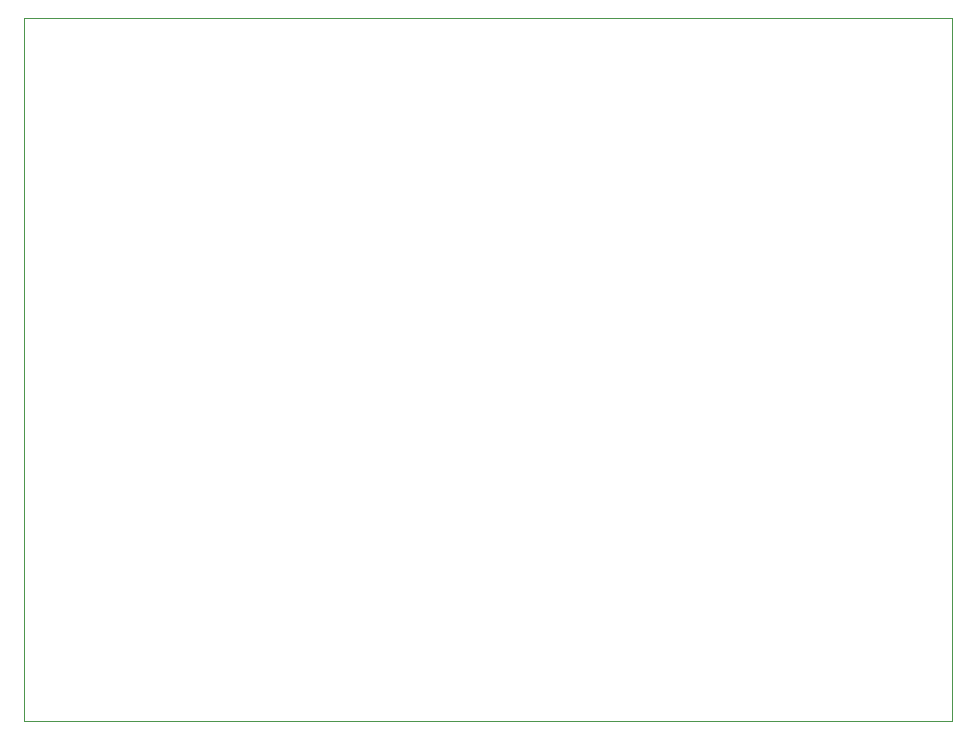
<source format=gbr>
%TF.GenerationSoftware,KiCad,Pcbnew,8.0.8*%
%TF.CreationDate,2025-02-13T16:32:23-05:00*%
%TF.ProjectId,pianissimo,7069616e-6973-4736-996d-6f2e6b696361,rev?*%
%TF.SameCoordinates,Original*%
%TF.FileFunction,Profile,NP*%
%FSLAX46Y46*%
G04 Gerber Fmt 4.6, Leading zero omitted, Abs format (unit mm)*
G04 Created by KiCad (PCBNEW 8.0.8) date 2025-02-13 16:32:23*
%MOMM*%
%LPD*%
G01*
G04 APERTURE LIST*
%TA.AperFunction,Profile*%
%ADD10C,0.050000*%
%TD*%
G04 APERTURE END LIST*
D10*
X66675000Y-88106250D02*
X145256250Y-88106250D01*
X145256250Y-147637500D01*
X66675000Y-147637500D01*
X66675000Y-88106250D01*
M02*

</source>
